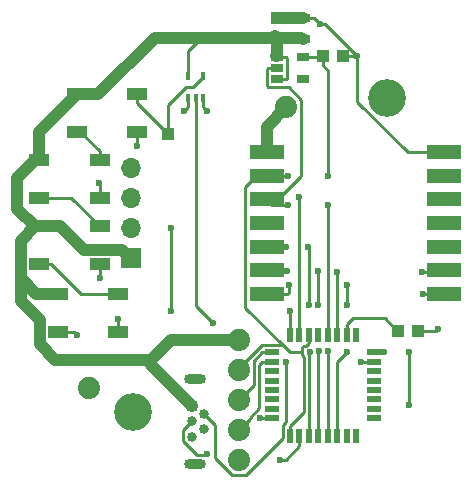
<source format=gbr>
G04 #@! TF.FileFunction,Copper,L1,Top,Signal*
%FSLAX46Y46*%
G04 Gerber Fmt 4.6, Leading zero omitted, Abs format (unit mm)*
G04 Created by KiCad (PCBNEW 4.0.7-e2-6376~61~ubuntu18.04.1) date Sat Jul 21 18:25:59 2018*
%MOMM*%
%LPD*%
G01*
G04 APERTURE LIST*
%ADD10C,0.100000*%
%ADD11C,1.879600*%
%ADD12R,0.840000X0.840000*%
%ADD13C,0.840000*%
%ADD14O,1.850000X0.850000*%
%ADD15R,1.198880X0.797560*%
%ADD16R,0.998220X1.099820*%
%ADD17R,1.099820X0.998220*%
%ADD18R,1.060000X0.650000*%
%ADD19C,3.200000*%
%ADD20R,1.651000X0.998220*%
%ADD21R,1.000000X1.000000*%
%ADD22R,2.999740X1.198880*%
%ADD23R,1.270000X0.558800*%
%ADD24R,0.558800X1.270000*%
%ADD25R,1.700000X1.700000*%
%ADD26O,1.700000X1.700000*%
%ADD27R,0.400000X0.650000*%
%ADD28C,0.600000*%
%ADD29C,0.250000*%
%ADD30C,1.000000*%
G04 APERTURE END LIST*
D10*
D11*
X147000000Y-76000000D03*
D12*
X155700000Y-77500000D03*
D13*
X156700000Y-78150000D03*
X155700000Y-78800000D03*
X156700000Y-79450000D03*
X155700000Y-80100000D03*
D14*
X155920000Y-75225000D03*
X155920000Y-82375000D03*
D11*
X159650000Y-71910000D03*
X159650000Y-74450000D03*
X159650000Y-76990000D03*
X159650000Y-79530000D03*
X159650000Y-82070000D03*
D15*
X165077920Y-44660606D03*
X165077920Y-46458926D03*
D16*
X162877920Y-44611406D03*
X162877920Y-46308126D03*
D17*
X168496720Y-47900000D03*
X166800000Y-47900000D03*
D11*
X163700000Y-52200000D03*
D18*
X162900000Y-47950000D03*
X162900000Y-48900000D03*
X162900000Y-49850000D03*
X165100000Y-49850000D03*
X165100000Y-47950000D03*
D19*
X150700000Y-78000000D03*
X172200000Y-51400000D03*
D20*
X145924440Y-51102340D03*
X145924440Y-54297660D03*
X151075560Y-54297660D03*
X151075560Y-51102340D03*
X142724440Y-56702340D03*
X142724440Y-59897660D03*
X147875560Y-59897660D03*
X147875560Y-56702340D03*
X142724440Y-62302340D03*
X142724440Y-65497660D03*
X147875560Y-65497660D03*
X147875560Y-62302340D03*
X144324440Y-68002340D03*
X144324440Y-71197660D03*
X149475560Y-71197660D03*
X149475560Y-68002340D03*
D21*
X153700000Y-54500000D03*
D22*
X162051920Y-56000520D03*
X162051920Y-58002040D03*
X162051920Y-60001020D03*
X162051920Y-62000000D03*
X162051920Y-63998980D03*
X162051920Y-65997960D03*
X162051920Y-67999480D03*
X177048080Y-67999480D03*
X177048080Y-65997960D03*
X177048080Y-63998980D03*
X177048080Y-62000000D03*
X177048080Y-60001020D03*
X177048080Y-58002040D03*
X177048080Y-56000520D03*
D23*
X162500000Y-72949700D03*
X162500000Y-73749800D03*
X162500000Y-74549900D03*
X162500000Y-75350000D03*
X162500000Y-76147560D03*
X162500000Y-76947660D03*
X162500000Y-77747760D03*
X162500000Y-78547860D03*
D24*
X163993520Y-80041380D03*
X164793620Y-80041380D03*
X165593720Y-80041380D03*
X166393820Y-80041380D03*
X167191380Y-80041380D03*
X167991480Y-80041380D03*
X168791580Y-80041380D03*
X169591680Y-80041380D03*
D23*
X171085200Y-78547860D03*
X171085200Y-77747760D03*
X171085200Y-76947660D03*
X171085200Y-76147560D03*
X171085200Y-75350000D03*
X171085200Y-74549900D03*
X171085200Y-73749800D03*
X171085200Y-72949700D03*
D24*
X169591680Y-71456180D03*
X168791580Y-71456180D03*
X167991480Y-71456180D03*
X167191380Y-71456180D03*
X166393820Y-71456180D03*
X165593720Y-71456180D03*
X164793620Y-71456180D03*
X163993520Y-71456180D03*
D17*
X174838360Y-71120000D03*
X173141640Y-71120000D03*
D25*
X150500000Y-65000000D03*
D26*
X150500000Y-62460000D03*
X150500000Y-59920000D03*
X150500000Y-57380000D03*
D27*
X155350000Y-51450000D03*
X156650000Y-51450000D03*
X156000000Y-51450000D03*
X156650000Y-49550000D03*
X155350000Y-49550000D03*
D28*
X155000000Y-52500000D03*
X157000000Y-52500000D03*
X176500000Y-71000000D03*
X163150000Y-82050000D03*
X163850000Y-60450000D03*
X167200000Y-60450000D03*
X151050000Y-55450000D03*
X147850000Y-58650000D03*
X147900000Y-66700000D03*
X149450000Y-70150000D03*
X166500000Y-45150000D03*
X169700000Y-47900000D03*
X163800000Y-58000000D03*
X167250000Y-58000000D03*
X146000000Y-71500000D03*
X153950000Y-62450000D03*
X153950000Y-69500000D03*
X164000000Y-69450000D03*
X164800000Y-59824980D03*
X157500000Y-70500000D03*
X161500000Y-78500000D03*
X167253588Y-72850512D03*
X175250000Y-68000000D03*
X165660604Y-72948477D03*
X163650000Y-64000000D03*
X165550000Y-64000000D03*
X165600000Y-68950000D03*
X166453613Y-72842860D03*
X163750000Y-66050000D03*
X166400000Y-66050000D03*
X166400000Y-68950000D03*
X170050000Y-73750000D03*
X163635002Y-73750000D03*
X175200000Y-66150000D03*
X167950000Y-66150000D03*
X168850000Y-72900000D03*
X168850000Y-68950000D03*
X168800000Y-67250000D03*
X163950000Y-67250000D03*
X171950000Y-72950000D03*
X174100000Y-72950000D03*
X174100000Y-77400000D03*
X156950000Y-81600000D03*
D29*
X155350000Y-51450000D02*
X155350000Y-52150000D01*
X155350000Y-52150000D02*
X155000000Y-52500000D01*
X156650000Y-51450000D02*
X156650000Y-52150000D01*
X156650000Y-52150000D02*
X157000000Y-52500000D01*
X174838360Y-71120000D02*
X176380000Y-71120000D01*
X176380000Y-71120000D02*
X176500000Y-71000000D01*
X162051920Y-60001020D02*
X162952350Y-60001020D01*
X162952350Y-60001020D02*
X164964801Y-57988569D01*
X162109999Y-50500001D02*
X162044999Y-50435001D01*
X164964801Y-57988569D02*
X164964801Y-51592895D01*
X164964801Y-51592895D02*
X163871907Y-50500001D01*
X162120000Y-48900000D02*
X162900000Y-48900000D01*
X163871907Y-50500001D02*
X162109999Y-50500001D01*
X162044999Y-50435001D02*
X162044999Y-48975001D01*
X162044999Y-48975001D02*
X162120000Y-48900000D01*
X164793620Y-80041380D02*
X164793620Y-80926380D01*
X164793620Y-80926380D02*
X163670000Y-82050000D01*
X163670000Y-82050000D02*
X163150000Y-82050000D01*
X163850000Y-60450000D02*
X162500900Y-60450000D01*
X162500900Y-60450000D02*
X162051920Y-60001020D01*
X167191380Y-71456180D02*
X167191380Y-60458620D01*
X167191380Y-60458620D02*
X167200000Y-60450000D01*
X161151490Y-60001020D02*
X162051920Y-60001020D01*
X155700000Y-80100000D02*
X155850000Y-80100000D01*
X169700000Y-47900000D02*
X169700000Y-51749002D01*
X169700000Y-51749002D02*
X173951518Y-56000520D01*
X173951518Y-56000520D02*
X175298210Y-56000520D01*
X175298210Y-56000520D02*
X177048080Y-56000520D01*
X166500000Y-45150000D02*
X166950000Y-45150000D01*
X166950000Y-45150000D02*
X169700000Y-47900000D01*
X162900000Y-48900000D02*
X162409998Y-48900000D01*
D30*
X162877920Y-44611406D02*
X165028720Y-44611406D01*
X165028720Y-44611406D02*
X165077920Y-44660606D01*
D29*
X151075560Y-54297660D02*
X151075560Y-55424440D01*
X151075560Y-55424440D02*
X151050000Y-55450000D01*
X147875560Y-59897660D02*
X147875560Y-58675560D01*
X147875560Y-58675560D02*
X147850000Y-58650000D01*
X147875560Y-65497660D02*
X147875560Y-66675560D01*
X147875560Y-66675560D02*
X147900000Y-66700000D01*
X149475560Y-71197660D02*
X149475560Y-70175560D01*
X149475560Y-70175560D02*
X149450000Y-70150000D01*
X149475560Y-71197660D02*
X149801950Y-71197660D01*
X165077920Y-44660606D02*
X166010606Y-44660606D01*
X166010606Y-44660606D02*
X166500000Y-45150000D01*
X168496720Y-47900000D02*
X169700000Y-47900000D01*
X162927120Y-44660606D02*
X162877920Y-44611406D01*
X147982340Y-59897660D02*
X147875560Y-59897660D01*
X147875560Y-59897660D02*
X148201950Y-59897660D01*
X148201950Y-65497660D02*
X147875560Y-65497660D01*
D30*
X152544154Y-46308126D02*
X156500000Y-46308126D01*
X156500000Y-46308126D02*
X162877920Y-46308126D01*
D29*
X155350000Y-49550000D02*
X155350000Y-47458126D01*
X155350000Y-47458126D02*
X156500000Y-46308126D01*
D30*
X162877920Y-46308126D02*
X164927120Y-46308126D01*
X164927120Y-46308126D02*
X165077920Y-46458926D01*
X145924440Y-51102340D02*
X147749940Y-51102340D01*
X147749940Y-51102340D02*
X152544154Y-46308126D01*
X142724440Y-62302340D02*
X144549940Y-62302340D01*
X144549940Y-62302340D02*
X146546149Y-64298549D01*
X146546149Y-64298549D02*
X149798549Y-64298549D01*
X149798549Y-64298549D02*
X150500000Y-65000000D01*
X158320923Y-71910000D02*
X159650000Y-71910000D01*
X152200000Y-73600000D02*
X153890000Y-71910000D01*
X153890000Y-71910000D02*
X158320923Y-71910000D01*
X162877920Y-46308126D02*
X162877920Y-46358926D01*
X152200000Y-73600000D02*
X152200000Y-74000000D01*
X152200000Y-74000000D02*
X155700000Y-77500000D01*
D29*
X162900000Y-49850000D02*
X163680000Y-49850000D01*
X163680000Y-49850000D02*
X163755001Y-49774999D01*
X163755001Y-49774999D02*
X163755001Y-48025001D01*
X163755001Y-48025001D02*
X163680000Y-47950000D01*
X163680000Y-47950000D02*
X162900000Y-47950000D01*
D30*
X162877920Y-46308126D02*
X162877920Y-47858036D01*
X162877920Y-47858036D02*
X162894883Y-47874999D01*
X162769794Y-46200000D02*
X162877920Y-46308126D01*
X162727120Y-46458926D02*
X162877920Y-46308126D01*
X162824999Y-47874999D02*
X162900000Y-47874999D01*
X145924440Y-51102340D02*
X146250830Y-51102340D01*
X142798939Y-70198939D02*
X142798939Y-72256771D01*
X142798939Y-72256771D02*
X144142168Y-73600000D01*
X144142168Y-73600000D02*
X150870923Y-73600000D01*
X150870923Y-73600000D02*
X152200000Y-73600000D01*
X141198939Y-68598939D02*
X142798939Y-70198939D01*
X141198939Y-66702339D02*
X141198939Y-68598939D01*
X142398050Y-62302340D02*
X141198939Y-63501451D01*
X141198939Y-63501451D02*
X141198939Y-66702339D01*
X141198939Y-66702339D02*
X142498940Y-68002340D01*
X142498940Y-68002340D02*
X144324440Y-68002340D01*
X142724440Y-62302340D02*
X142398050Y-62302340D01*
X142724440Y-56702340D02*
X142398050Y-56702340D01*
X142398050Y-56702340D02*
X140898940Y-58201450D01*
X140898940Y-58201450D02*
X140898940Y-60803230D01*
X140898940Y-60803230D02*
X142398050Y-62302340D01*
X142724440Y-56702340D02*
X142724440Y-54302340D01*
X142724440Y-54302340D02*
X145924440Y-51102340D01*
D29*
X162051920Y-58002040D02*
X161151490Y-58002040D01*
X161151490Y-58002040D02*
X160227049Y-58926481D01*
X160227049Y-58926481D02*
X160227049Y-69177347D01*
X160227049Y-69177347D02*
X163395001Y-72345299D01*
X159650000Y-74300298D02*
X159650000Y-74450000D01*
X164974999Y-73150001D02*
X164974999Y-72950000D01*
X163395001Y-72345299D02*
X161604999Y-72345299D01*
X161604999Y-72345299D02*
X159650000Y-74300298D01*
X164974999Y-72950000D02*
X164974999Y-72549999D01*
X164974999Y-72950000D02*
X163999702Y-72950000D01*
X163999702Y-72950000D02*
X163395001Y-72345299D01*
X165333021Y-72416181D02*
X165593720Y-72155482D01*
X165108817Y-72416181D02*
X165333021Y-72416181D01*
X165593720Y-72155482D02*
X165593720Y-71456180D01*
X163993520Y-79156380D02*
X165143710Y-78006190D01*
X164974999Y-72549999D02*
X165108817Y-72416181D01*
X165143710Y-73318712D02*
X164974999Y-73150001D01*
X163993520Y-80041380D02*
X163993520Y-79156380D01*
X165143710Y-78006190D02*
X165143710Y-73318712D01*
X163800000Y-58000000D02*
X162053960Y-58000000D01*
X162053960Y-58000000D02*
X162051920Y-58002040D01*
X167250000Y-49099110D02*
X167250000Y-58000000D01*
X166800000Y-47900000D02*
X166800000Y-48649110D01*
X166800000Y-48649110D02*
X167250000Y-49099110D01*
X163002350Y-58402040D02*
X162101920Y-58402040D01*
X162101920Y-58402040D02*
X161201490Y-58402040D01*
X165100000Y-47950000D02*
X166750000Y-47950000D01*
X166750000Y-47950000D02*
X166800000Y-47900000D01*
X147875560Y-56702340D02*
X147875560Y-55953230D01*
X147875560Y-55953230D02*
X146219990Y-54297660D01*
X146219990Y-54297660D02*
X145924440Y-54297660D01*
X142724440Y-59897660D02*
X145470880Y-59897660D01*
X145470880Y-59897660D02*
X147875560Y-62302340D01*
X143799940Y-65497660D02*
X142724440Y-65497660D01*
X146304620Y-68002340D02*
X143799940Y-65497660D01*
X149475560Y-68002340D02*
X146304620Y-68002340D01*
X144324440Y-71197660D02*
X145697660Y-71197660D01*
X145697660Y-71197660D02*
X146000000Y-71500000D01*
X150510000Y-62450000D02*
X150500000Y-62460000D01*
X153950000Y-69500000D02*
X153950000Y-62450000D01*
X163993520Y-71456180D02*
X163993520Y-69456480D01*
X163993520Y-69456480D02*
X164000000Y-69450000D01*
X164793620Y-59831360D02*
X164800000Y-59824980D01*
X164793620Y-71456180D02*
X164793620Y-59831360D01*
X160589799Y-76050201D02*
X159650000Y-76990000D01*
X160914801Y-75725199D02*
X160589799Y-76050201D01*
X160914801Y-73671907D02*
X160914801Y-75725199D01*
X161637008Y-72949700D02*
X160914801Y-73671907D01*
X162500000Y-72949700D02*
X161637008Y-72949700D01*
X160589799Y-78485197D02*
X160589799Y-78590201D01*
X161364812Y-77710184D02*
X160589799Y-78485197D01*
X161364812Y-73999988D02*
X161364812Y-77710184D01*
X160589799Y-78590201D02*
X159650000Y-79530000D01*
X161615000Y-73749800D02*
X161364812Y-73999988D01*
X162500000Y-73749800D02*
X161615000Y-73749800D01*
D30*
X163700000Y-52200000D02*
X162051920Y-53848080D01*
X162051920Y-53848080D02*
X162051920Y-56000520D01*
D29*
X157500000Y-70500000D02*
X156000000Y-69000000D01*
X156000000Y-69000000D02*
X156000000Y-51450000D01*
X162500000Y-78547860D02*
X161547860Y-78547860D01*
X161547860Y-78547860D02*
X161500000Y-78500000D01*
X167191380Y-80041380D02*
X167191380Y-72912720D01*
X167191380Y-72912720D02*
X167253588Y-72850512D01*
X175250000Y-68000000D02*
X177047560Y-68000000D01*
X177047560Y-68000000D02*
X177048080Y-67999480D01*
X165593720Y-73015361D02*
X165660604Y-72948477D01*
X165593720Y-80041380D02*
X165593720Y-73015361D01*
X163650000Y-64000000D02*
X162052940Y-64000000D01*
X162052940Y-64000000D02*
X162051920Y-63998980D01*
X165600000Y-68950000D02*
X165600000Y-64050000D01*
X165600000Y-64050000D02*
X165550000Y-64000000D01*
X166393820Y-72902653D02*
X166453613Y-72842860D01*
X166393820Y-80041380D02*
X166393820Y-72902653D01*
X163750000Y-66050000D02*
X162103960Y-66050000D01*
X162103960Y-66050000D02*
X162051920Y-65997960D01*
X166400000Y-68950000D02*
X166400000Y-66050000D01*
X162101920Y-66397960D02*
X163002350Y-66397960D01*
X163635002Y-74174264D02*
X163635002Y-73750000D01*
X163635002Y-78878487D02*
X163635002Y-74174264D01*
X160257105Y-83334801D02*
X163389119Y-80202787D01*
X163389119Y-79124370D02*
X163635002Y-78878487D01*
X163389119Y-80202787D02*
X163389119Y-79124370D01*
X156700000Y-78150000D02*
X157620021Y-79070021D01*
X159076885Y-83334801D02*
X160257105Y-83334801D01*
X157620021Y-81877937D02*
X159076885Y-83334801D01*
X157620021Y-79070021D02*
X157620021Y-81877937D01*
X170050000Y-73750000D02*
X171085000Y-73750000D01*
X171085000Y-73750000D02*
X171085200Y-73749800D01*
X175200000Y-66150000D02*
X176896040Y-66150000D01*
X176896040Y-66150000D02*
X177048080Y-65997960D01*
X167991480Y-71456180D02*
X167991480Y-66191480D01*
X167991480Y-66191480D02*
X167950000Y-66150000D01*
X177098080Y-66397960D02*
X176197650Y-66397960D01*
X168850000Y-72900000D02*
X167991480Y-73758520D01*
X167991480Y-73758520D02*
X167991480Y-80041380D01*
X168800000Y-67250000D02*
X168800000Y-68900000D01*
X168800000Y-68900000D02*
X168850000Y-68950000D01*
X162051920Y-67999480D02*
X163801790Y-67999480D01*
X163801790Y-67999480D02*
X163950000Y-67851270D01*
X163950000Y-67851270D02*
X163950000Y-67250000D01*
X162101400Y-68400000D02*
X162101920Y-68399480D01*
X171950000Y-72950000D02*
X171085500Y-72950000D01*
X171085500Y-72950000D02*
X171085200Y-72949700D01*
X174100000Y-77400000D02*
X174100000Y-72950000D01*
X156730664Y-81624990D02*
X156925010Y-81624990D01*
X156925010Y-81624990D02*
X156950000Y-81600000D01*
X154954999Y-79545001D02*
X154954999Y-80457601D01*
X155700000Y-78800000D02*
X154954999Y-79545001D01*
X154954999Y-80457601D02*
X156122388Y-81624990D01*
X156122388Y-81624990D02*
X156730664Y-81624990D01*
X172000000Y-70029160D02*
X169333600Y-70029160D01*
X168791580Y-70571180D02*
X168791580Y-71456180D01*
X169333600Y-70029160D02*
X168791580Y-70571180D01*
X173141640Y-71120000D02*
X173090840Y-71120000D01*
X173090840Y-71120000D02*
X172000000Y-70029160D01*
X155825000Y-50500000D02*
X155189998Y-50500000D01*
X155189998Y-50500000D02*
X153700000Y-51989998D01*
X153700000Y-51989998D02*
X153700000Y-53750000D01*
X153700000Y-53750000D02*
X153700000Y-54500000D01*
X156650000Y-49550000D02*
X156650000Y-49675000D01*
X156650000Y-49675000D02*
X155825000Y-50500000D01*
X151075560Y-51102340D02*
X151075560Y-51875560D01*
X151075560Y-51875560D02*
X153700000Y-54500000D01*
M02*

</source>
